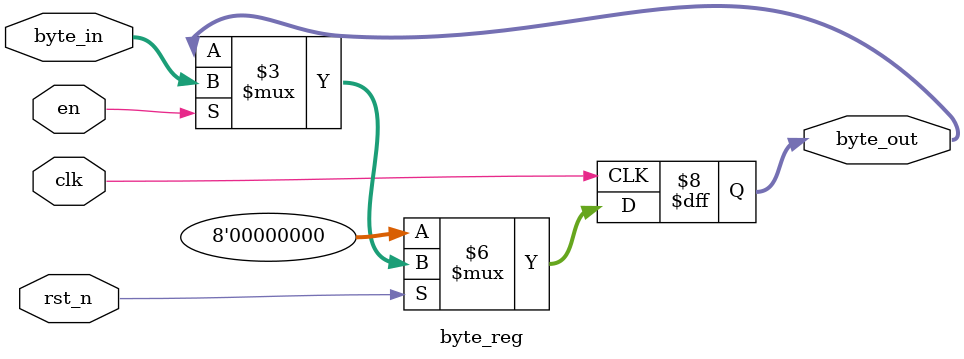
<source format=v>
module byte_reg(
	input [7:0] byte_in,
	input clk, rst_n, en,
	output reg [7:0] byte_out
);

always @(posedge clk) begin
	if(~rst_n)
	byte_out <= 8'b0;
	 else
	if(en)byte_out <= byte_in;
			
end

endmodule
</source>
